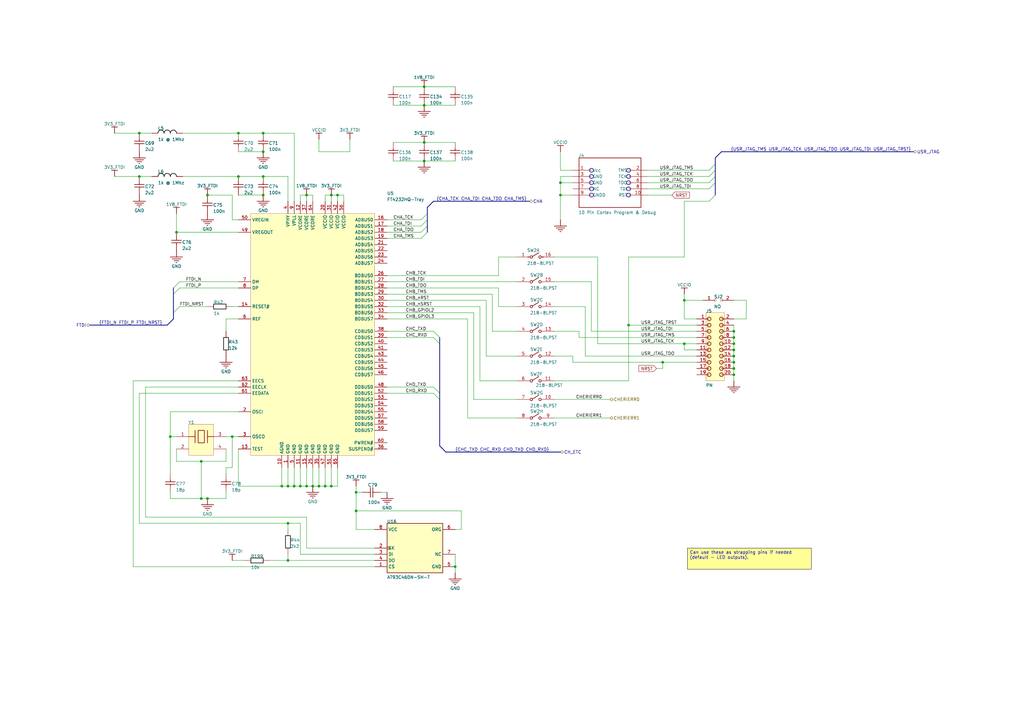
<source format=kicad_sch>
(kicad_sch (version 20231120) (generator "eeschema") (generator_version "8.0")
  (paper "A3")
  (title_block (title "NAE-SONATA-ONE") (date "2024-08-16") (rev "10") (company "NewAE Technology") (comment 2 "Apache-2"))
  (junction (at 107.95 72.39))
  (junction (at 72.39 95.25))
  (junction (at 271.78 148.59))
  (junction (at 300.99 143.51))
  (junction (at 146.05 209.55))
  (junction (at 257.81 133.35))
  (junction (at 57.15 72.39))
  (junction (at 135.89 80.01))
  (junction (at 173.99 43.18))
  (junction (at 107.95 62.23))
  (junction (at 173.99 35.56))
  (junction (at 300.99 148.59))
  (junction (at 82.55 204.47))
  (junction (at 97.79 72.39))
  (junction (at 95.25 179.07))
  (junction (at 85.09 80.01))
  (junction (at 229.87 74.93))
  (junction (at 107.95 80.01))
  (junction (at 280.67 140.97))
  (junction (at 118.11 199.39))
  (junction (at 85.09 204.47))
  (junction (at 186.69 232.41))
  (junction (at 146.05 201.93))
  (junction (at 173.99 58.42))
  (junction (at 115.57 199.39))
  (junction (at 57.15 54.61))
  (junction (at 300.99 151.13))
  (junction (at 135.89 199.39))
  (junction (at 300.99 135.89))
  (junction (at 118.11 214.63))
  (junction (at 138.43 80.01))
  (junction (at 120.65 199.39))
  (junction (at 118.11 229.87))
  (junction (at 125.73 80.01))
  (junction (at 280.67 123.19))
  (junction (at 133.35 199.39))
  (junction (at 107.95 54.61))
  (junction (at 82.55 189.23))
  (junction (at 300.99 138.43))
  (junction (at 97.79 54.61))
  (junction (at 229.87 80.01))
  (junction (at 300.99 146.05))
  (junction (at 123.19 199.39))
  (junction (at 69.85 179.07))
  (junction (at 130.81 199.39))
  (junction (at 300.99 140.97))
  (junction (at 300.99 153.67))
  (junction (at 125.73 199.39))
  (junction (at 128.27 199.39))
  (junction (at 173.99 66.04))
  (bus_entry (at 71.12 128.27) (size 2.54 -2.54))
  (bus_entry (at 172.72 97.79) (size 2.54 -2.54))
  (bus_entry (at 177.8 135.89) (size 2.54 2.54))
  (bus_entry (at 177.8 158.75) (size 2.54 2.54))
  (bus_entry (at 71.12 118.11) (size 2.54 -2.54))
  (bus_entry (at 177.8 138.43) (size 2.54 2.54))
  (bus_entry (at 177.8 161.29) (size 2.54 2.54))
  (bus_entry (at 290.83 69.85) (size 2.54 -2.54))
  (bus_entry (at 71.12 120.65) (size 2.54 -2.54))
  (bus_entry (at 290.83 82.55) (size 2.54 -2.54))
  (bus_entry (at 172.72 92.71) (size 2.54 -2.54))
  (bus_entry (at 290.83 74.93) (size 2.54 -2.54))
  (bus_entry (at 290.83 72.39) (size 2.54 -2.54))
  (bus_entry (at 290.83 77.47) (size 2.54 -2.54))
  (bus_entry (at 172.72 90.17) (size 2.54 -2.54))
  (bus_entry (at 172.72 95.25) (size 2.54 -2.54))
  (wire (pts (xy 227.33 156.21) (xy 257.81 156.21)))
  (wire (pts (xy 123.19 82.55) (xy 123.19 80.01)))
  (wire (pts (xy 69.85 194.31) (xy 69.85 179.07)))
  (wire (pts (xy 158.75 161.29) (xy 177.8 161.29)))
  (wire (pts (xy 306.07 123.19) (xy 300.99 123.19)))
  (wire (pts (xy 257.81 133.35) (xy 285.75 133.35)))
  (wire (pts (xy 95.25 125.73) (xy 97.79 125.73)))
  (wire (pts (xy 199.39 123.19) (xy 158.75 123.19)))
  (wire (pts (xy 161.29 58.42) (xy 173.99 58.42)))
  (wire (pts (xy 146.05 217.17) (xy 146.05 209.55)))
  (wire (pts (xy 234.95 72.39) (xy 229.87 72.39)))
  (wire (pts (xy 118.11 72.39) (xy 107.95 72.39)))
  (wire (pts (xy 148.59 201.93) (xy 146.05 201.93)))
  (wire (pts (xy 161.29 66.04) (xy 173.99 66.04)))
  (wire (pts (xy 125.73 224.79) (xy 125.73 212.09)))
  (wire (pts (xy 135.89 80.01) (xy 138.43 80.01)))
  (bus (pts (xy 71.12 130.81) (xy 68.58 133.35)))
  (wire (pts (xy 158.75 118.11) (xy 204.47 118.11)))
  (wire (pts (xy 97.79 54.61) (xy 107.95 54.61)))
  (wire (pts (xy 153.67 224.79) (xy 125.73 224.79)))
  (wire (pts (xy 158.75 135.89) (xy 177.8 135.89)))
  (bus (pts (xy 180.34 140.97) (xy 180.34 161.29)))
  (wire (pts (xy 118.11 229.87) (xy 110.49 229.87)))
  (wire (pts (xy 62.23 54.61) (xy 57.15 54.61)))
  (wire (pts (xy 173.99 35.56) (xy 186.69 35.56)))
  (wire (pts (xy 62.23 72.39) (xy 57.15 72.39)))
  (wire (pts (xy 227.33 163.83) (xy 250.19 163.83)))
  (wire (pts (xy 82.55 204.47) (xy 69.85 204.47)))
  (wire (pts (xy 300.99 148.59) (xy 300.99 151.13)))
  (wire (pts (xy 118.11 82.55) (xy 118.11 72.39)))
  (wire (pts (xy 125.73 212.09) (xy 59.69 212.09)))
  (wire (pts (xy 285.75 143.51) (xy 280.67 143.51)))
  (wire (pts (xy 186.69 232.41) (xy 186.69 234.95)))
  (wire (pts (xy 107.95 62.23) (xy 97.79 62.23)))
  (bus (pts (xy 293.37 74.93) (xy 293.37 72.39)))
  (wire (pts (xy 69.85 204.47) (xy 69.85 201.93)))
  (wire (pts (xy 158.75 90.17) (xy 172.72 90.17)))
  (wire (pts (xy 97.79 80.01) (xy 107.95 80.01)))
  (wire (pts (xy 69.85 168.91) (xy 97.79 168.91)))
  (wire (pts (xy 204.47 105.41) (xy 212.09 105.41)))
  (wire (pts (xy 69.85 179.07) (xy 72.39 179.07)))
  (wire (pts (xy 158.75 115.57) (xy 212.09 115.57)))
  (wire (pts (xy 107.95 54.61) (xy 120.65 54.61)))
  (wire (pts (xy 125.73 199.39) (xy 128.27 199.39)))
  (wire (pts (xy 234.95 148.59) (xy 234.95 146.05)))
  (wire (pts (xy 57.15 72.39) (xy 46.99 72.39)))
  (wire (pts (xy 245.11 140.97) (xy 245.11 105.41)))
  (wire (pts (xy 133.35 191.77) (xy 133.35 199.39)))
  (wire (pts (xy 173.99 66.04) (xy 186.69 66.04)))
  (wire (pts (xy 97.79 130.81) (xy 92.71 130.81)))
  (wire (pts (xy 130.81 199.39) (xy 133.35 199.39)))
  (bus (pts (xy 180.34 163.83) (xy 180.34 182.88)))
  (wire (pts (xy 158.75 113.03) (xy 204.47 113.03)))
  (wire (pts (xy 191.77 171.45) (xy 191.77 130.81)))
  (wire (pts (xy 133.35 199.39) (xy 135.89 199.39)))
  (wire (pts (xy 173.99 43.18) (xy 186.69 43.18)))
  (wire (pts (xy 115.57 191.77) (xy 115.57 199.39)))
  (wire (pts (xy 227.33 171.45) (xy 250.19 171.45)))
  (wire (pts (xy 95.25 80.01) (xy 85.09 80.01)))
  (wire (pts (xy 285.75 140.97) (xy 280.67 140.97)))
  (wire (pts (xy 97.79 115.57) (xy 73.66 115.57)))
  (wire (pts (xy 196.85 156.21) (xy 212.09 156.21)))
  (wire (pts (xy 72.39 184.15) (xy 72.39 189.23)))
  (wire (pts (xy 85.09 125.73) (xy 73.66 125.73)))
  (wire (pts (xy 128.27 191.77) (xy 128.27 199.39)))
  (wire (pts (xy 234.95 74.93) (xy 229.87 74.93)))
  (wire (pts (xy 280.67 123.19) (xy 280.67 120.65)))
  (wire (pts (xy 240.03 125.73) (xy 240.03 146.05)))
  (wire (pts (xy 212.09 146.05) (xy 199.39 146.05)))
  (wire (pts (xy 95.25 179.07) (xy 97.79 179.07)))
  (wire (pts (xy 306.07 130.81) (xy 306.07 123.19)))
  (wire (pts (xy 161.29 43.18) (xy 173.99 43.18)))
  (wire (pts (xy 120.65 191.77) (xy 120.65 199.39)))
  (wire (pts (xy 92.71 189.23) (xy 92.71 184.15)))
  (wire (pts (xy 234.95 80.01) (xy 229.87 80.01)))
  (wire (pts (xy 237.49 138.43) (xy 285.75 138.43)))
  (wire (pts (xy 196.85 125.73) (xy 196.85 156.21)))
  (wire (pts (xy 300.99 133.35) (xy 300.99 135.89)))
  (wire (pts (xy 201.93 120.65) (xy 158.75 120.65)))
  (wire (pts (xy 204.47 125.73) (xy 212.09 125.73)))
  (bus (pts (xy 175.26 90.17) (xy 175.26 87.63)))
  (wire (pts (xy 72.39 95.25) (xy 72.39 87.63)))
  (wire (pts (xy 128.27 80.01) (xy 128.27 82.55)))
  (wire (pts (xy 300.99 130.81) (xy 306.07 130.81)))
  (wire (pts (xy 59.69 158.75) (xy 97.79 158.75)))
  (wire (pts (xy 97.79 184.15) (xy 97.79 199.39)))
  (wire (pts (xy 54.61 156.21) (xy 97.79 156.21)))
  (wire (pts (xy 227.33 135.89) (xy 237.49 135.89)))
  (wire (pts (xy 128.27 199.39) (xy 130.81 199.39)))
  (wire (pts (xy 69.85 179.07) (xy 69.85 168.91)))
  (wire (pts (xy 138.43 199.39) (xy 138.43 191.77)))
  (wire (pts (xy 204.47 118.11) (xy 204.47 125.73)))
  (wire (pts (xy 201.93 135.89) (xy 201.93 120.65)))
  (wire (pts (xy 146.05 209.55) (xy 146.05 201.93)))
  (wire (pts (xy 153.67 229.87) (xy 118.11 229.87)))
  (wire (pts (xy 97.79 118.11) (xy 73.66 118.11)))
  (wire (pts (xy 92.71 130.81) (xy 92.71 135.89)))
  (wire (pts (xy 92.71 204.47) (xy 92.71 201.93)))
  (wire (pts (xy 95.25 90.17) (xy 95.25 80.01)))
  (wire (pts (xy 123.19 80.01) (xy 125.73 80.01)))
  (wire (pts (xy 265.43 77.47) (xy 290.83 77.47)))
  (wire (pts (xy 227.33 115.57) (xy 242.57 115.57)))
  (wire (pts (xy 265.43 80.01) (xy 275.59 80.01)))
  (wire (pts (xy 97.79 90.17) (xy 95.25 90.17)))
  (bus (pts (xy 175.26 87.63) (xy 175.26 85.09)))
  (wire (pts (xy 125.73 191.77) (xy 125.73 199.39)))
  (bus (pts (xy 175.26 85.09) (xy 177.8 82.55)))
  (bus (pts (xy 293.37 69.85) (xy 293.37 67.31)))
  (wire (pts (xy 288.29 123.19) (xy 280.67 123.19)))
  (wire (pts (xy 240.03 146.05) (xy 285.75 146.05)))
  (wire (pts (xy 118.11 214.63) (xy 57.15 214.63)))
  (wire (pts (xy 265.43 72.39) (xy 290.83 72.39)))
  (wire (pts (xy 57.15 214.63) (xy 57.15 161.29)))
  (wire (pts (xy 212.09 171.45) (xy 191.77 171.45)))
  (wire (pts (xy 158.75 97.79) (xy 172.72 97.79)))
  (wire (pts (xy 118.11 199.39) (xy 120.65 199.39)))
  (wire (pts (xy 280.67 82.55) (xy 290.83 82.55)))
  (wire (pts (xy 57.15 161.29) (xy 97.79 161.29)))
  (wire (pts (xy 265.43 69.85) (xy 290.83 69.85)))
  (wire (pts (xy 156.21 201.93) (xy 158.75 201.93)))
  (wire (pts (xy 158.75 158.75) (xy 177.8 158.75)))
  (wire (pts (xy 153.67 227.33) (xy 123.19 227.33)))
  (wire (pts (xy 107.95 72.39) (xy 97.79 72.39)))
  (wire (pts (xy 227.33 125.73) (xy 240.03 125.73)))
  (wire (pts (xy 300.99 153.67) (xy 300.99 156.21)))
  (wire (pts (xy 143.51 57.15) (xy 143.51 62.23)))
  (wire (pts (xy 234.95 69.85) (xy 229.87 69.85)))
  (wire (pts (xy 271.78 148.59) (xy 234.95 148.59)))
  (wire (pts (xy 146.05 201.93) (xy 146.05 199.39)))
  (wire (pts (xy 194.31 128.27) (xy 194.31 163.83)))
  (wire (pts (xy 140.97 80.01) (xy 140.97 82.55)))
  (wire (pts (xy 92.71 179.07) (xy 95.25 179.07)))
  (wire (pts (xy 123.19 227.33) (xy 123.19 214.63)))
  (wire (pts (xy 92.71 194.31) (xy 92.71 191.77)))
  (wire (pts (xy 123.19 214.63) (xy 118.11 214.63)))
  (wire (pts (xy 285.75 130.81) (xy 280.67 130.81)))
  (wire (pts (xy 158.75 92.71) (xy 172.72 92.71)))
  (wire (pts (xy 138.43 80.01) (xy 140.97 80.01)))
  (wire (pts (xy 204.47 113.03) (xy 204.47 105.41)))
  (wire (pts (xy 138.43 82.55) (xy 138.43 80.01)))
  (wire (pts (xy 95.25 191.77) (xy 95.25 179.07)))
  (bus (pts (xy 36.83 133.35) (xy 68.58 133.35)))
  (wire (pts (xy 97.79 72.39) (xy 74.93 72.39)))
  (wire (pts (xy 120.65 199.39) (xy 123.19 199.39)))
  (wire (pts (xy 158.75 95.25) (xy 172.72 95.25)))
  (wire (pts (xy 118.11 229.87) (xy 118.11 227.33)))
  (wire (pts (xy 85.09 204.47) (xy 92.71 204.47)))
  (wire (pts (xy 82.55 204.47) (xy 85.09 204.47)))
  (wire (pts (xy 135.89 82.55) (xy 135.89 80.01)))
  (wire (pts (xy 285.75 148.59) (xy 271.78 148.59)))
  (bus (pts (xy 180.34 182.88) (xy 182.88 185.42)))
  (wire (pts (xy 186.69 217.17) (xy 189.23 217.17)))
  (wire (pts (xy 300.99 143.51) (xy 300.99 146.05)))
  (wire (pts (xy 158.75 138.43) (xy 177.8 138.43)))
  (wire (pts (xy 191.77 130.81) (xy 158.75 130.81)))
  (wire (pts (xy 54.61 232.41) (xy 54.61 156.21)))
  (wire (pts (xy 82.55 189.23) (xy 92.71 189.23)))
  (wire (pts (xy 257.81 156.21) (xy 257.81 133.35)))
  (wire (pts (xy 97.79 199.39) (xy 115.57 199.39)))
  (wire (pts (xy 74.93 54.61) (xy 97.79 54.61)))
  (wire (pts (xy 158.75 128.27) (xy 194.31 128.27)))
  (wire (pts (xy 194.31 163.83) (xy 212.09 163.83)))
  (wire (pts (xy 115.57 199.39) (xy 118.11 199.39)))
  (wire (pts (xy 118.11 214.63) (xy 118.11 217.17)))
  (wire (pts (xy 186.69 227.33) (xy 186.69 232.41)))
  (wire (pts (xy 189.23 209.55) (xy 146.05 209.55)))
  (wire (pts (xy 300.99 138.43) (xy 300.99 140.97)))
  (wire (pts (xy 300.99 135.89) (xy 300.99 138.43)))
  (wire (pts (xy 229.87 74.93) (xy 229.87 80.01)))
  (bus (pts (xy 71.12 120.65) (xy 71.12 128.27)))
  (wire (pts (xy 97.79 95.25) (xy 72.39 95.25)))
  (wire (pts (xy 280.67 140.97) (xy 245.11 140.97)))
  (bus (pts (xy 293.37 64.77) (xy 295.91 62.23)))
  (wire (pts (xy 189.23 217.17) (xy 189.23 209.55)))
  (wire (pts (xy 173.99 58.42) (xy 186.69 58.42)))
  (wire (pts (xy 280.67 130.81) (xy 280.67 123.19)))
  (wire (pts (xy 133.35 82.55) (xy 133.35 80.01)))
  (bus (pts (xy 175.26 95.25) (xy 175.26 92.71)))
  (wire (pts (xy 212.09 135.89) (xy 201.93 135.89)))
  (wire (pts (xy 123.19 191.77) (xy 123.19 199.39)))
  (wire (pts (xy 133.35 80.01) (xy 135.89 80.01)))
  (bus (pts (xy 175.26 92.71) (xy 175.26 90.17)))
  (bus (pts (xy 182.88 185.42) (xy 229.87 185.42)))
  (wire (pts (xy 237.49 135.89) (xy 237.49 138.43)))
  (wire (pts (xy 59.69 212.09) (xy 59.69 158.75)))
  (wire (pts (xy 130.81 191.77) (xy 130.81 199.39)))
  (wire (pts (xy 125.73 82.55) (xy 125.73 80.01)))
  (wire (pts (xy 161.29 35.56) (xy 173.99 35.56)))
  (bus (pts (xy 293.37 74.93) (xy 293.37 80.01)))
  (wire (pts (xy 257.81 105.41) (xy 257.81 133.35)))
  (wire (pts (xy 135.89 191.77) (xy 135.89 199.39)))
  (wire (pts (xy 242.57 135.89) (xy 285.75 135.89)))
  (wire (pts (xy 229.87 72.39) (xy 229.87 74.93)))
  (wire (pts (xy 72.39 189.23) (xy 82.55 189.23)))
  (wire (pts (xy 271.78 148.59) (xy 271.78 151.13)))
  (wire (pts (xy 300.99 146.05) (xy 300.99 148.59)))
  (wire (pts (xy 135.89 199.39) (xy 138.43 199.39)))
  (bus (pts (xy 293.37 67.31) (xy 293.37 64.77)))
  (bus (pts (xy 71.12 128.27) (xy 71.12 130.81)))
  (wire (pts (xy 245.11 105.41) (xy 227.33 105.41)))
  (bus (pts (xy 71.12 118.11) (xy 71.12 120.65)))
  (wire (pts (xy 153.67 217.17) (xy 146.05 217.17)))
  (wire (pts (xy 82.55 189.23) (xy 82.55 204.47)))
  (wire (pts (xy 269.24 151.13) (xy 271.78 151.13)))
  (wire (pts (xy 300.99 140.97) (xy 300.99 143.51)))
  (wire (pts (xy 125.73 80.01) (xy 128.27 80.01)))
  (wire (pts (xy 100.33 229.87) (xy 95.25 229.87)))
  (wire (pts (xy 300.99 151.13) (xy 300.99 153.67)))
  (wire (pts (xy 229.87 80.01) (xy 229.87 90.17)))
  (wire (pts (xy 120.65 54.61) (xy 120.65 82.55)))
  (bus (pts (xy 177.8 82.55) (xy 217.17 82.55)))
  (wire (pts (xy 229.87 69.85) (xy 229.87 62.23)))
  (bus (pts (xy 180.34 161.29) (xy 180.34 163.83)))
  (wire (pts (xy 92.71 191.77) (xy 95.25 191.77)))
  (bus (pts (xy 180.34 138.43) (xy 180.34 140.97)))
  (wire (pts (xy 199.39 146.05) (xy 199.39 123.19)))
  (wire (pts (xy 130.81 62.23) (xy 130.81 57.15)))
  (wire (pts (xy 118.11 191.77) (xy 118.11 199.39)))
  (wire (pts (xy 242.57 115.57) (xy 242.57 135.89)))
  (bus (pts (xy 293.37 72.39) (xy 293.37 69.85)))
  (wire (pts (xy 265.43 74.93) (xy 290.83 74.93)))
  (wire (pts (xy 143.51 62.23) (xy 130.81 62.23)))
  (wire (pts (xy 280.67 143.51) (xy 280.67 140.97)))
  (wire (pts (xy 257.81 105.41) (xy 280.67 105.41)))
  (wire (pts (xy 234.95 146.05) (xy 227.33 146.05)))
  (wire (pts (xy 153.67 232.41) (xy 54.61 232.41)))
  (bus (pts (xy 295.91 62.23) (xy 374.65 62.23)))
  (wire (pts (xy 158.75 125.73) (xy 196.85 125.73)))
  (wire (pts (xy 123.19 199.39) (xy 125.73 199.39)))
  (wire (pts (xy 57.15 54.61) (xy 46.99 54.61)))
  (wire (pts (xy 280.67 82.55) (xy 280.67 105.41)))
  (text_box "Can use these as strapping pins if needed (default - LED outputs)." (at 281.94 224.79 0) (size 50.8 8.636) (stroke (width 0) (color 0 0 0 1)) (fill (type color) (color 255 255 150 1)) (effects (font (size 1.27 1.27)) (justify left top)))
  (label "CHERIERR0" (at 236.22 163.83 0))
  (label "USR_JTAG_TCK" (at 270.51 72.39 0))
  (label "CHB_TDO" (at 166.37 118.11 0))
  (label "{CHA_TCK CHA_TDI CHA_TDO CHA_TMS}" (at 179.07 82.55 0))
  (label "USR_JTAG_TDO" (at 262.89 146.05 0))
  (label "USR_JTAG_TCK" (at 262.89 140.97 0))
  (label "CHERIERR1" (at 236.22 171.45 0))
  (label "USR_JTAG_TMS" (at 270.51 69.85 0))
  (label "{USR_JTAG_TMS USR_JTAG_TCK USR_JTAG_TDO USR_JTAG_TDI USR_JTAG_TRST}" (at 299.72 62.23 0))
  (label "CHD_RXD" (at 166.37 161.29 0))
  (label "FTDI_N" (at 76.2 115.57 0))
  (label "CHA_TDO" (at 161.29 95.25 0))
  (label "USR_JTAG_TMS" (at 262.89 138.43 0))
  (label "CHB_nSRST" (at 166.37 125.73 0))
  (label "CHC_TXD" (at 166.37 135.89 0))
  (label "CHB_GPIOL2" (at 166.37 128.27 0))
  (label "USR_JTAG_TRST" (at 262.89 133.35 0))
  (label "CHB_GPIOL3" (at 166.37 130.81 0))
  (label "CHA_TDI" (at 161.29 92.71 0))
  (label "USR_JTAG_TDI" (at 270.51 77.47 0))
  (label "USR_JTAG_TDI" (at 262.89 135.89 0))
  (label "CHB_TDI" (at 166.37 115.57 0))
  (label "CHC_RXD" (at 166.37 138.43 0))
  (label "FTDI_NRST" (at 73.66 125.73 0))
  (label "{CHC_TXD CHC_RXD CHD_TXD CHD_RXD}" (at 186.69 185.42 0))
  (label "CHD_TXD" (at 166.37 158.75 0))
  (label "CHB_nRST" (at 166.37 123.19 0))
  (label "FTDI_P" (at 76.2 118.11 0))
  (label "{FTDI_N FTDI_P FTDI_NRST}" (at 40.64 133.35 0))
  (label "USR_JTAG_TDO" (at 270.51 74.93 0))
  (label "CHA_TMS" (at 161.29 97.79 0))
  (label "CHB_TCK" (at 166.37 113.03 0))
  (label "CHA_TCK" (at 161.29 90.17 0))
  (label "CHB_TMS" (at 166.37 120.65 0))
  (global_label "NRST" (shape input) (at 269.24 151.13 180) (property "Intersheetrefs" "${INTERSHEET_REFS}" (effects (hide yes))))
  (global_label "NRST" (shape input) (at 275.59 80.01 0) (property "Intersheetrefs" "${INTERSHEET_REFS}" (effects (hide yes))))
  (hierarchical_label "CHERIERR0" (shape bidirectional) (at 250.19 163.83 0))
  (hierarchical_label "CHA" (shape bidirectional) (at 217.17 82.55 0))
  (hierarchical_label "USR_JTAG" (shape bidirectional) (at 374.65 62.23 0))
  (hierarchical_label "CH_ETC" (shape bidirectional) (at 229.87 185.42 0))
  (hierarchical_label "FTDI" (shape bidirectional) (at 36.83 133.35 180))
  (hierarchical_label "CHERIERR1" (shape bidirectional) (at 250.19 171.45 0))
  (symbol (lib_id "SONATA-ONE-symbols:3V3_FTDI_BAR") (at 173.99 58.42 180) (unit 1)
    (property "Reference" "#PWR0147" (effects (hide yes)))
    (property "Value" "3V3_FTDI" (at 173.99 54.61 0))
    (property "Description" "Power symbol creates a global label with name '3V3_FTDI'" (effects (hide yes)))
  )
  (symbol (lib_id "SONATA-ONE-symbols:root_0_CAP") (at 107.95 59.69 0) (unit 1)
    (property "Reference" "C71" (at 110.236 59.436 0) (effects (justify left bottom)))
    (property "Value" "100n" (at 110.236 61.976 0) (effects (justify left bottom)))
    (property "Footprint" "SONATA-ONE-LIBRARY:CAPC0402_M" (effects (hide yes)))
    (property "Description" "100n, 0402" (effects (hide yes)))
    (property "MANUFACTURE PART NUMBER 1" "CGA2B3X7R1V104K050BB" (effects (hide yes)))
  )
  (symbol (lib_id "SONATA-ONE-symbols:3V3_FTDI_BAR") (at 95.25 229.87 180) (unit 1)
    (property "Reference" "#PWR096" (effects (hide yes)))
    (property "Value" "3V3_FTDI" (at 95.25 226.06 0))
    (property "Description" "Power symbol creates a global label with name '3V3_FTDI'" (effects (hide yes)))
  )
  (symbol (lib_id "SONATA-ONE-symbols:root_0_c442af63ff53b934e43635f80d8690e") (at 212.09 171.45 0) (unit 8)
    (property "Reference" "SW2" (at 217.424 169.418 0) (effects (justify left bottom)))
    (property "Value" "218-8LPST" (at 217.424 174.752 0) (effects (justify left bottom)))
    (property "Footprint" "SONATA-ONE-LIBRARY:FP-218-8LPST-MFG" (effects (hide yes)))
    (property "Description" "SWITCH SLIDE DIP SPST 25MA 24V" (effects (hide yes)))
  )
  (symbol (lib_id "SONATA-ONE-symbols:GND_POWER_GROUND") (at 92.71 146.05 0) (unit 1)
    (property "Reference" "#PWR095" (effects (hide yes)))
    (property "Value" "GND" (at 92.71 152.4 0))
    (property "Description" "Power symbol creates a global label with name 'GND'" (effects (hide yes)))
  )
  (symbol (lib_id "SONATA-ONE-symbols:root_0_CAP") (at 92.71 199.39 0) (unit 1)
    (property "Reference" "C78" (at 94.996 199.136 0) (effects (justify left bottom)))
    (property "Value" "18p" (at 94.996 201.676 0) (effects (justify left bottom)))
    (property "Footprint" "SONATA-ONE-LIBRARY:CAPC0402_M" (effects (hide yes)))
    (property "Description" "100n, 0402" (effects (hide yes)))
    (property "MANUFACTURE PART NUMBER 1" "GRM1555C1H180JA01D" (effects (hide yes)))
  )
  (symbol (lib_id "SONATA-ONE-symbols:GND_POWER_GROUND") (at 300.99 156.21 0) (unit 1)
    (property "Reference" "#PWR0152" (effects (hide yes)))
    (property "Value" "GND" (effects (hide yes)))
    (property "Description" "Power symbol creates a global label with name 'GND'" (effects (hide yes)))
  )
  (symbol (lib_id "SONATA-ONE-symbols:root_0_CAP") (at 161.29 40.64 0) (unit 1)
    (property "Reference" "C117" (at 163.576 40.386 0) (effects (justify left bottom)))
    (property "Value" "100n" (at 163.576 42.926 0) (effects (justify left bottom)))
    (property "Footprint" "SONATA-ONE-LIBRARY:CAPC0402_M" (effects (hide yes)))
    (property "Description" "100n, 0402" (effects (hide yes)))
    (property "MANUFACTURE PART NUMBER 1" "CGA2B3X7R1V104K050BB" (effects (hide yes)))
  )
  (symbol (lib_id "SONATA-ONE-symbols:root_0_CAP") (at 186.69 40.64 0) (unit 1)
    (property "Reference" "C135" (at 188.976 40.386 0) (effects (justify left bottom)))
    (property "Value" "100n" (at 188.976 42.926 0) (effects (justify left bottom)))
    (property "Footprint" "SONATA-ONE-LIBRARY:CAPC0402_M" (effects (hide yes)))
    (property "Description" "100n, 0402" (effects (hide yes)))
    (property "MANUFACTURE PART NUMBER 1" "CGA2B3X7R1V104K050BB" (effects (hide yes)))
  )
  (symbol (lib_id "SONATA-ONE-symbols:3V3_FTDI_BAR") (at 46.99 72.39 180) (unit 1)
    (property "Reference" "#PWR087" (effects (hide yes)))
    (property "Value" "3V3_FTDI" (at 46.99 68.58 0))
    (property "Description" "Power symbol creates a global label with name '3V3_FTDI'" (effects (hide yes)))
  )
  (symbol (lib_id "SONATA-ONE-symbols:3V3_FTDI_BAR") (at 46.99 54.61 180) (unit 1)
    (property "Reference" "#PWR086" (effects (hide yes)))
    (property "Value" "3V3_FTDI" (at 46.99 50.8 0))
    (property "Description" "Power symbol creates a global label with name '3V3_FTDI'" (effects (hide yes)))
  )
  (symbol (lib_id "SONATA-ONE-symbols:GND_POWER_GROUND") (at 85.09 204.47 0) (unit 1)
    (property "Reference" "#PWR094" (effects (hide yes)))
    (property "Value" "GND" (at 85.09 210.82 0))
    (property "Description" "Power symbol creates a global label with name 'GND'" (effects (hide yes)))
  )
  (symbol (lib_id "SONATA-ONE-symbols:GND_POWER_GROUND") (at 57.15 80.01 0) (unit 1)
    (property "Reference" "#PWR089" (effects (hide yes)))
    (property "Value" "GND" (at 57.15 86.36 0))
    (property "Description" "Power symbol creates a global label with name 'GND'" (effects (hide yes)))
  )
  (symbol (lib_id "SONATA-ONE-symbols:VCCIO_BAR") (at 229.87 62.23 180) (unit 1)
    (property "Reference" "#PWR0149" (effects (hide yes)))
    (property "Value" "VCCIO" (at 229.87 58.42 0))
    (property "Description" "Power symbol creates a global label with name 'VCCIO'" (effects (hide yes)))
  )
  (symbol (lib_id "SONATA-ONE-symbols:root_0_c442af63ff53b934e43635f80d8690e") (at 212.09 146.05 0) (unit 5)
    (property "Reference" "SW2" (at 217.424 144.018 0) (effects (justify left bottom)))
    (property "Value" "218-8LPST" (at 217.424 149.352 0) (effects (justify left bottom)))
    (property "Footprint" "SONATA-ONE-LIBRARY:FP-218-8LPST-MFG" (effects (hide yes)))
    (property "Description" "SWITCH SLIDE DIP SPST 25MA 24V" (effects (hide yes)))
  )
  (symbol (lib_id "SONATA-ONE-symbols:root_0_CAP") (at 186.69 63.5 0) (unit 1)
    (property "Reference" "C138" (at 188.976 63.246 0) (effects (justify left bottom)))
    (property "Value" "100n" (at 188.976 65.786 0) (effects (justify left bottom)))
    (property "Footprint" "SONATA-ONE-LIBRARY:CAPC0402_M" (effects (hide yes)))
    (property "Description" "100n, 0402" (effects (hide yes)))
    (property "MANUFACTURE PART NUMBER 1" "CGA2B3X7R1V104K050BB" (effects (hide yes)))
  )
  (symbol (lib_id "SONATA-ONE-symbols:root_0_RES-EU") (at 118.11 222.25 0) (unit 1)
    (property "Reference" "R44" (at 119.126 222.25 0) (effects (justify left bottom)))
    (property "Value" "2k2" (at 119.126 224.79 0) (effects (justify left bottom)))
    (property "Footprint" "SONATA-ONE-LIBRARY:RESC1005X40N" (effects (hide yes)))
    (property "Description" "10k res, 0402, 1%, 1/16W" (effects (hide yes)))
    (property "MANUFACTURE PART NUMBER 1" "RC0402FR-072K2L" (effects (hide yes)))
  )
  (symbol (lib_id "SONATA-ONE-symbols:root_0_c442af63ff53b934e43635f80d8690e") (at 212.09 156.21 0) (unit 6)
    (property "Reference" "SW2" (at 217.424 154.178 0) (effects (justify left bottom)))
    (property "Value" "218-8LPST" (at 219.71 158.75 0) (effects (justify left bottom)))
    (property "Footprint" "SONATA-ONE-LIBRARY:FP-218-8LPST-MFG" (effects (hide yes)))
    (property "Description" "SWITCH SLIDE DIP SPST 25MA 24V" (effects (hide yes)))
  )
  (symbol (lib_id "SONATA-ONE-symbols:root_0_CAP") (at 57.15 59.69 0) (unit 1)
    (property "Reference" "C69" (at 59.436 59.436 0) (effects (justify left bottom)))
    (property "Value" "2u2" (at 59.436 61.976 0) (effects (justify left bottom)))
    (property "Footprint" "SONATA-ONE-LIBRARY:CAPC0603_M" (effects (hide yes)))
    (property "Description" "100n, 0402" (effects (hide yes)))
    (property "MANUFACTURE PART NUMBER 1" "CL10B225KP8NNNC" (effects (hide yes)))
  )
  (symbol (lib_id "SONATA-ONE-symbols:root_0_c442af63ff53b934e43635f80d8690e") (at 212.09 135.89 0) (unit 4)
    (property "Reference" "SW2" (at 217.424 133.858 0) (effects (justify left bottom)))
    (property "Value" "218-8LPST" (at 217.424 139.192 0) (effects (justify left bottom)))
    (property "Footprint" "SONATA-ONE-LIBRARY:FP-218-8LPST-MFG" (effects (hide yes)))
    (property "Description" "SWITCH SLIDE DIP SPST 25MA 24V" (effects (hide yes)))
  )
  (symbol (lib_id "SONATA-ONE-symbols:GND_POWER_GROUND") (at 128.27 199.39 0) (unit 1)
    (property "Reference" "#PWR0100" (effects (hide yes)))
    (property "Value" "GND" (at 128.27 205.74 0))
    (property "Description" "Power symbol creates a global label with name 'GND'" (effects (hide yes)))
  )
  (symbol (lib_id "SONATA-ONE-symbols:root_0_c442af63ff53b934e43635f80d8690e") (at 212.09 163.83 0) (unit 7)
    (property "Reference" "SW2" (at 217.424 161.798 0) (effects (justify left bottom)))
    (property "Value" "218-8LPST" (at 217.424 167.132 0) (effects (justify left bottom)))
    (property "Footprint" "SONATA-ONE-LIBRARY:FP-218-8LPST-MFG" (effects (hide yes)))
    (property "Description" "SWITCH SLIDE DIP SPST 25MA 24V" (effects (hide yes)))
  )
  (symbol (lib_id "SONATA-ONE-symbols:root_0_CAP") (at 57.15 77.47 0) (unit 1)
    (property "Reference" "C72" (at 59.436 77.216 0) (effects (justify left bottom)))
    (property "Value" "2u2" (at 59.436 79.756 0) (effects (justify left bottom)))
    (property "Footprint" "SONATA-ONE-LIBRARY:CAPC0603_M" (effects (hide yes)))
    (property "Description" "100n, 0402" (effects (hide yes)))
    (property "MANUFACTURE PART NUMBER 1" "CL10B225KP8NNNC" (effects (hide yes)))
  )
  (symbol (lib_id "SONATA-ONE-symbols:root_0_c442af63ff53b934e43635f80d8690e") (at 212.09 105.41 0) (unit 1)
    (property "Reference" "SW2" (at 216.154 103.378 0) (effects (justify left bottom)))
    (property "Value" "218-8LPST" (at 216.154 108.712 0) (effects (justify left bottom)))
    (property "Footprint" "SONATA-ONE-LIBRARY:FP-218-8LPST-MFG" (effects (hide yes)))
    (property "Description" "SWITCH SLIDE DIP SPST 25MA 24V" (effects (hide yes)))
  )
  (symbol (lib_id "SONATA-ONE-symbols:1V8_FTDI_BAR") (at 72.39 87.63 180) (unit 1)
    (property "Reference" "#PWR090" (effects (hide yes)))
    (property "Value" "1V8_FTDI" (at 72.39 83.82 0))
    (property "Description" "Power symbol creates a global label with name '1V8_FTDI'" (effects (hide yes)))
  )
  (symbol (lib_id "SONATA-ONE-symbols:GND_POWER_GROUND") (at 107.95 80.01 0) (unit 1)
    (property "Reference" "#PWR098" (effects (hide yes)))
    (property "Value" "GND" (at 107.95 86.36 0))
    (property "Description" "Power symbol creates a global label with name 'GND'" (effects (hide yes)))
  )
  (symbol (lib_id "SONATA-ONE-symbols:root_0_Cortex_Debug_Header_10Pin") (at 250.19 77.47 0) (unit 1)
    (property "Reference" "J4" (at 237.236 64.516 0) (effects (justify left bottom)))
    (property "Value" "10 Pin Cortex Program & Debug" (at 237.236 87.884 0) (effects (justify left bottom)))
    (property "Footprint" "SONATA-ONE-LIBRARY:0.5mm_SMD_Header_5x2" (effects (hide yes)))
    (property "Description" "10 Pin Cortex Program & Debug 0.5mm pitch" (effects (hide yes)))
    (property "MANUFACTURE PART NUMBER 1" "20021121-00010C4LF" (effects (hide yes)))
  )
  (symbol (lib_id "SONATA-ONE-symbols:root_0_CAP") (at 72.39 100.33 0) (unit 1)
    (property "Reference" "C76" (at 74.676 100.076 0) (effects (justify left bottom)))
    (property "Value" "2u2" (at 74.676 102.616 0) (effects (justify left bottom)))
    (property "Footprint" "SONATA-ONE-LIBRARY:CAPC0603_M" (effects (hide yes)))
    (property "Description" "100n, 0402" (effects (hide yes)))
    (property "MANUFACTURE PART NUMBER 1" "CL10B225KP8NNNC" (effects (hide yes)))
  )
  (symbol (lib_id "SONATA-ONE-symbols:GND_POWER_GROUND") (at 72.39 102.87 0) (unit 1)
    (property "Reference" "#PWR091" (effects (hide yes)))
    (property "Value" "GND" (at 72.39 109.22 0))
    (property "Description" "Power symbol creates a global label with name 'GND'" (effects (hide yes)))
  )
  (symbol (lib_id "SONATA-ONE-symbols:root_1_RES-EU") (at 105.41 229.87 0) (unit 1)
    (property "Reference" "R199" (at 102.87 228.854 0) (effects (justify left bottom)))
    (property "Value" "10k" (at 102.87 233.426 0) (effects (justify left bottom)))
    (property "Footprint" "SONATA-ONE-LIBRARY:RESC1005X40N" (effects (hide yes)))
    (property "Description" "10k res, 0402, 1%, 1/16W" (effects (hide yes)))
    (property "MANUFACTURE PART NUMBER 1" "RC0402FR-0710KL" (effects (hide yes)))
  )
  (symbol (lib_id "SONATA-ONE-symbols:root_0_CAP") (at 107.95 77.47 0) (unit 1)
    (property "Reference" "C74" (at 110.236 77.216 0) (effects (justify left bottom)))
    (property "Value" "100n" (at 110.236 79.756 0) (effects (justify left bottom)))
    (property "Footprint" "SONATA-ONE-LIBRARY:CAPC0402_M" (effects (hide yes)))
    (property "Description" "100n, 0402" (effects (hide yes)))
    (property "MANUFACTURE PART NUMBER 1" "CGA2B3X7R1V104K050BB" (effects (hide yes)))
  )
  (symbol (lib_id "SONATA-ONE-symbols:3V3_FTDI_BAR") (at 143.51 57.15 180) (unit 1)
    (property "Reference" "#PWR0141" (effects (hide yes)))
    (property "Value" "3V3_FTDI" (at 143.51 53.34 0))
    (property "Description" "Power symbol creates a global label with name '3V3_FTDI'" (effects (hide yes)))
  )
  (symbol (lib_id "SONATA-ONE-symbols:root_0_CAP") (at 97.79 77.47 0) (unit 1)
    (property "Reference" "C73" (at 100.076 77.216 0) (effects (justify left bottom)))
    (property "Value" "2u2" (at 100.076 79.756 0) (effects (justify left bottom)))
    (property "Footprint" "SONATA-ONE-LIBRARY:CAPC0603_M" (effects (hide yes)))
    (property "Description" "100n, 0402" (effects (hide yes)))
    (property "MANUFACTURE PART NUMBER 1" "CL10B225KP8NNNC" (effects (hide yes)))
  )
  (symbol (lib_id "SONATA-ONE-symbols:root_0_c442af63ff53b934e43635f80d8690e") (at 212.09 115.57 0) (unit 2)
    (property "Reference" "SW2" (at 217.424 113.538 0) (effects (justify left bottom)))
    (property "Value" "218-8LPST" (at 217.424 118.872 0) (effects (justify left bottom)))
    (property "Footprint" "SONATA-ONE-LIBRARY:FP-218-8LPST-MFG" (effects (hide yes)))
    (property "Description" "SWITCH SLIDE DIP SPST 25MA 24V" (effects (hide yes)))
  )
  (symbol (lib_id "SONATA-ONE-symbols:3V3_FTDI_BAR") (at 135.89 80.01 180) (unit 1)
    (property "Reference" "#PWR0140" (effects (hide yes)))
    (property "Value" "3V3_FTDI" (at 135.89 76.2 0))
    (property "Description" "Power symbol creates a global label with name '3V3_FTDI'" (effects (hide yes)))
  )
  (symbol (lib_id "SONATA-ONE-symbols:VCCIO_BAR") (at 280.67 120.65 180) (unit 1)
    (property "Reference" "#PWR0151" (effects (hide yes)))
    (property "Value" "VCCIO" (at 280.67 116.84 0))
    (property "Description" "Power symbol creates a global label with name 'VCCIO'" (effects (hide yes)))
  )
  (symbol (lib_id "SONATA-ONE-symbols:root_0_8bb9afc094b350e480db350c7247e52") (at 153.67 217.17 0) (unit 1)
    (property "Reference" "U16" (at 158.75 214.63 0) (effects (justify left bottom)))
    (property "Value" "AT93C46DN-SH-T" (at 158.75 237.49 0) (effects (justify left bottom)))
    (property "Footprint" "SONATA-ONE-LIBRARY:FP-C04-057-SN-MFG" (effects (hide yes)))
    (property "Description" "IC EEPROM 1K SPI 2MHZ 8SOIC" (effects (hide yes)))
  )
  (symbol (lib_id "SONATA-ONE-symbols:root_1_CAP") (at 153.67 201.93 0) (unit 1)
    (property "Reference" "C79" (at 150.876 199.644 0) (effects (justify left bottom)))
    (property "Value" "100n" (at 150.876 206.756 0) (effects (justify left bottom)))
    (property "Footprint" "SONATA-ONE-LIBRARY:CAPC0402_M" (effects (hide yes)))
    (property "Description" "100n, 0603" (effects (hide yes)))
    (property "MANUFACTURE PART NUMBER 1" "CGA2B3X7R1V104K050BB" (effects (hide yes)))
  )
  (symbol (lib_id "SONATA-ONE-symbols:root_0_COM-UART-FT4232H-QFN64") (at 102.87 87.63 0) (unit 1)
    (property "Reference" "U5" (at 158.75 80.01 0) (effects (justify left bottom)))
    (property "Value" "FT4232HQ-Tray" (at 158.75 82.55 0) (effects (justify left bottom)))
    (property "Footprint" "SONATA-ONE-LIBRARY:QFN64_2_N" (effects (hide yes)))
    (property "Description" "Quad High Speed USB To Multipurpose UART/MPSSE IC, 64-pin QFN, Tray" (effects (hide yes)))
  )
  (symbol (lib_id "SONATA-ONE-symbols:GND_POWER_GROUND") (at 107.95 62.23 0) (unit 1)
    (property "Reference" "#PWR097" (effects (hide yes)))
    (property "Value" "GND" (at 107.95 68.58 0))
    (property "Description" "Power symbol creates a global label with name 'GND'" (effects (hide yes)))
  )
  (symbol (lib_id "SONATA-ONE-symbols:GND_POWER_GROUND") (at 173.99 43.18 0) (unit 1)
    (property "Reference" "#PWR0146" (effects (hide yes)))
    (property "Value" "GND" (effects (hide yes)))
    (property "Description" "Power symbol creates a global label with name 'GND'" (effects (hide yes)))
  )
  (symbol (lib_id "SONATA-ONE-symbols:root_0_SJ_2S_NO") (at 293.37 123.19 0) (unit 1)
    (property "Reference" "SJ2" (at 292.862 122.428 0) (effects (justify left bottom)))
    (property "Value" "NO" (at 292.862 126.492 0) (effects (justify left bottom)))
    (property "Footprint" "SONATA-ONE-LIBRARY:SJ_2S_NO" (effects (hide yes)))
    (property "Description" "Solder Jumper, NO" (effects (hide yes)))
  )
  (symbol (lib_id "SONATA-ONE-symbols:GND_POWER_GROUND") (at 85.09 87.63 0) (unit 1)
    (property "Reference" "#PWR093" (effects (hide yes)))
    (property "Value" "GND" (at 85.09 93.98 0))
    (property "Description" "Power symbol creates a global label with name 'GND'" (effects (hide yes)))
  )
  (symbol (lib_id "SONATA-ONE-symbols:GND_POWER_GROUND") (at 229.87 90.17 0) (unit 1)
    (property "Reference" "#PWR0150" (effects (hide yes)))
    (property "Value" "GND" (effects (hide yes)))
    (property "Description" "Power symbol creates a global label with name 'GND'" (effects (hide yes)))
  )
  (symbol (lib_id "SONATA-ONE-symbols:root_0_H130B-12.000-16-2525-EXT-TR") (at 72.39 179.07 0) (unit 1)
    (property "Reference" "Y1" (at 77.216 173.99 0) (effects (justify left bottom)))
    (property "Value" "H130B-12.000-16-2525-EXT-TR" (effects (hide yes)))
    (property "Footprint" "SONATA-ONE-LIBRARY:5x3.2MM XTAL" (effects (hide yes)))
    (property "Description" "12MHz ±25ppm Crystal 16pF 35 Ohms 4-SMD, No Lead" (effects (hide yes)))
    (property "MANUFACTURE PART NUMBER 1" "H130B-12.000-16-2525-EXT-TR" (effects (hide yes)))
  )
  (symbol (lib_id "SONATA-ONE-symbols:root_3_RES-EU") (at 90.17 125.73 0) (unit 1)
    (property "Reference" "R42" (at 87.63 124.714 0) (effects (justify left bottom)))
    (property "Value" "1k" (at 87.63 129.286 0) (effects (justify left bottom)))
    (property "Footprint" "SONATA-ONE-LIBRARY:RESC1005X40N" (effects (hide yes)))
    (property "Description" "Do Not Mount Resistor" (effects (hide yes)))
    (property "MANUFACTURE PART NUMBER 1" "RC0402FR-071KL" (effects (hide yes)))
  )
  (symbol (lib_id "SONATA-ONE-symbols:root_0_CAP") (at 85.09 85.09 0) (unit 1)
    (property "Reference" "C75" (at 87.376 84.836 0) (effects (justify left bottom)))
    (property "Value" "100n" (at 87.376 87.376 0) (effects (justify left bottom)))
    (property "Footprint" "SONATA-ONE-LIBRARY:CAPC0402_M" (effects (hide yes)))
    (property "Description" "100n, 0402" (effects (hide yes)))
    (property "MANUFACTURE PART NUMBER 1" "CGA2B3X7R1V104K050BB" (effects (hide yes)))
  )
  (symbol (lib_id "SONATA-ONE-symbols:3V3_FTDI_BAR") (at 85.09 80.01 180) (unit 1)
    (property "Reference" "#PWR092" (effects (hide yes)))
    (property "Value" "3V3_FTDI" (at 85.09 76.2 0))
    (property "Description" "Power symbol creates a global label with name '3V3_FTDI'" (effects (hide yes)))
  )
  (symbol (lib_id "SONATA-ONE-symbols:VCCIO_BAR") (at 130.81 57.15 180) (unit 1)
    (property "Reference" "#PWR0139" (effects (hide yes)))
    (property "Value" "VCCIO" (at 130.81 53.34 0))
    (property "Description" "Power symbol creates a global label with name 'VCCIO'" (effects (hide yes)))
  )
  (symbol (lib_id "SONATA-ONE-symbols:root_0_IND") (at 69.85 54.61 0) (unit 1)
    (property "Reference" "L5" (at 64.77 53.34 0) (effects (justify left bottom)))
    (property "Value" "1k @ 1Mhz" (at 64.77 57.912 0) (effects (justify left bottom)))
    (property "Footprint" "SONATA-ONE-LIBRARY:IND_0603" (effects (hide yes)))
    (property "Description" "fixed ind, ferrite, shielded" (effects (hide yes)))
    (property "MANUFACTURE PART NUMBER 1" "FBMH1608HM102-T\nFBMH1608HM102-T\nFBMH1608HM102-T\nFBMH1608HM102-T" (effects (hide yes)))
  )
  (symbol (lib_id "SONATA-ONE-symbols:root_0_CAP") (at 173.99 40.64 0) (unit 1)
    (property "Reference" "C134" (at 176.276 40.386 0) (effects (justify left bottom)))
    (property "Value" "100n" (at 176.276 42.926 0) (effects (justify left bottom)))
    (property "Footprint" "SONATA-ONE-LIBRARY:CAPC0402_M" (effects (hide yes)))
    (property "Description" "100n, 0402" (effects (hide yes)))
    (property "MANUFACTURE PART NUMBER 1" "CGA2B3X7R1V104K050BB" (effects (hide yes)))
  )
  (symbol (lib_id "SONATA-ONE-symbols:root_0_CON20_2ROW") (at 293.37 138.43 0) (unit 1)
    (property "Reference" "J5" (at 289.56 128.27 0) (effects (justify left bottom)))
    (property "Value" "PN" (at 289.56 158.75 0) (effects (justify left bottom)))
    (property "Footprint" "SONATA-ONE-LIBRARY:CONN_10x2_SHROUDED_2.54mm" (effects (hide yes)))
    (property "Description" "Header, 2-Row, 20-pin, 0.1\"" (effects (hide yes)))
  )
  (symbol (lib_id "SONATA-ONE-symbols:root_0_IND") (at 69.85 72.39 0) (unit 1)
    (property "Reference" "L6" (at 64.77 71.12 0) (effects (justify left bottom)))
    (property "Value" "1k @ 1Mhz" (at 64.77 75.692 0) (effects (justify left bottom)))
    (property "Footprint" "SONATA-ONE-LIBRARY:IND_0603" (effects (hide yes)))
    (property "Description" "fixed ind, ferrite, shielded" (effects (hide yes)))
    (property "MANUFACTURE PART NUMBER 1" "FBMH1608HM102-T\nFBMH1608HM102-T\nFBMH1608HM102-T\nFBMH1608HM102-T" (effects (hide yes)))
  )
  (symbol (lib_id "SONATA-ONE-symbols:root_0_CAP") (at 97.79 59.69 0) (unit 1)
    (property "Reference" "C70" (at 100.076 59.436 0) (effects (justify left bottom)))
    (property "Value" "2u2" (at 100.076 61.976 0) (effects (justify left bottom)))
    (property "Footprint" "SONATA-ONE-LIBRARY:CAPC0603_M" (effects (hide yes)))
    (property "Description" "100n, 0402" (effects (hide yes)))
    (property "MANUFACTURE PART NUMBER 1" "CL10B225KP8NNNC" (effects (hide yes)))
  )
  (symbol (lib_id "SONATA-ONE-symbols:root_0_CAP") (at 161.29 63.5 0) (unit 1)
    (property "Reference" "C136" (at 163.576 63.246 0) (effects (justify left bottom)))
    (property "Value" "100n" (at 163.576 65.786 0) (effects (justify left bottom)))
    (property "Footprint" "SONATA-ONE-LIBRARY:CAPC0402_M" (effects (hide yes)))
    (property "Description" "100n, 0402" (effects (hide yes)))
    (property "MANUFACTURE PART NUMBER 1" "CGA2B3X7R1V104K050BB" (effects (hide yes)))
  )
  (symbol (lib_id "SONATA-ONE-symbols:root_0_CAP") (at 69.85 199.39 0) (unit 1)
    (property "Reference" "C77" (at 72.136 199.136 0) (effects (justify left bottom)))
    (property "Value" "18p" (at 72.136 201.676 0) (effects (justify left bottom)))
    (property "Footprint" "SONATA-ONE-LIBRARY:CAPC0402_M" (effects (hide yes)))
    (property "Description" "100n, 0402" (effects (hide yes)))
    (property "MANUFACTURE PART NUMBER 1" "GRM1555C1H180JA01D" (effects (hide yes)))
  )
  (symbol (lib_id "SONATA-ONE-symbols:root_0_RES-EU") (at 92.71 140.97 0) (unit 1)
    (property "Reference" "R43" (at 93.726 140.97 0) (effects (justify left bottom)))
    (property "Value" "12k" (at 93.726 143.51 0) (effects (justify left bottom)))
    (property "Footprint" "SONATA-ONE-LIBRARY:RESC1608X55N" (effects (hide yes)))
    (property "Description" "10k res, 0402, 1%, 1/16W" (effects (hide yes)))
    (property "MANUFACTURE PART NUMBER 1" "RC0603FR-0712KL" (effects (hide yes)))
  )
  (symbol (lib_id "SONATA-ONE-symbols:GND_POWER_GROUND") (at 57.15 62.23 0) (unit 1)
    (property "Reference" "#PWR088" (effects (hide yes)))
    (property "Value" "GND" (at 57.15 68.58 0))
    (property "Description" "Power symbol creates a global label with name 'GND'" (effects (hide yes)))
  )
  (symbol (lib_id "SONATA-ONE-symbols:3V3_FTDI_BAR") (at 146.05 199.39 180) (unit 1)
    (property "Reference" "#PWR0142" (effects (hide yes)))
    (property "Value" "3V3_FTDI" (at 146.05 195.58 0))
    (property "Description" "Power symbol creates a global label with name '3V3_FTDI'" (effects (hide yes)))
  )
  (symbol (lib_id "SONATA-ONE-symbols:GND_POWER_GROUND") (at 186.69 234.95 0) (unit 1)
    (property "Reference" "#PWR0144" (effects (hide yes)))
    (property "Value" "GND" (at 186.69 241.3 0))
    (property "Description" "Power symbol creates a global label with name 'GND'" (effects (hide yes)))
  )
  (symbol (lib_id "SONATA-ONE-symbols:1V8_FTDI_BAR") (at 125.73 80.01 180) (unit 1)
    (property "Reference" "#PWR099" (effects (hide yes)))
    (property "Value" "1V8_FTDI" (at 125.73 76.2 0))
    (property "Description" "Power symbol creates a global label with name '1V8_FTDI'" (effects (hide yes)))
  )
  (symbol (lib_id "SONATA-ONE-symbols:GND_POWER_GROUND") (at 173.99 66.04 0) (unit 1)
    (property "Reference" "#PWR0148" (effects (hide yes)))
    (property "Value" "GND" (effects (hide yes)))
    (property "Description" "Power symbol creates a global label with name 'GND'" (effects (hide yes)))
  )
  (symbol (lib_id "SONATA-ONE-symbols:GND_POWER_GROUND") (at 158.75 201.93 0) (unit 1)
    (property "Reference" "#PWR0143" (effects (hide yes)))
    (property "Value" "GND" (at 158.75 208.28 0))
    (property "Description" "Power symbol creates a global label with name 'GND'" (effects (hide yes)))
  )
  (symbol (lib_id "SONATA-ONE-symbols:root_0_CAP") (at 173.99 63.5 0) (unit 1)
    (property "Reference" "C137" (at 176.276 63.246 0) (effects (justify left bottom)))
    (property "Value" "100n" (at 176.276 65.786 0) (effects (justify left bottom)))
    (property "Footprint" "SONATA-ONE-LIBRARY:CAPC0402_M" (effects (hide yes)))
    (property "Description" "100n, 0402" (effects (hide yes)))
    (property "MANUFACTURE PART NUMBER 1" "CGA2B3X7R1V104K050BB" (effects (hide yes)))
  )
  (symbol (lib_id "SONATA-ONE-symbols:1V8_FTDI_BAR") (at 173.99 35.56 180) (unit 1)
    (property "Reference" "#PWR0145" (effects (hide yes)))
    (property "Value" "1V8_FTDI" (at 173.99 31.75 0))
    (property "Description" "Power symbol creates a global label with name '1V8_FTDI'" (effects (hide yes)))
  )
  (symbol (lib_id "SONATA-ONE-symbols:root_0_c442af63ff53b934e43635f80d8690e") (at 212.09 125.73 0) (unit 3)
    (property "Reference" "SW2" (at 217.424 123.698 0) (effects (justify left bottom)))
    (property "Value" "218-8LPST" (at 217.424 129.032 0) (effects (justify left bottom)))
    (property "Footprint" "SONATA-ONE-LIBRARY:FP-218-8LPST-MFG" (effects (hide yes)))
    (property "Description" "SWITCH SLIDE DIP SPST 25MA 24V" (effects (hide yes)))
  )
)
</source>
